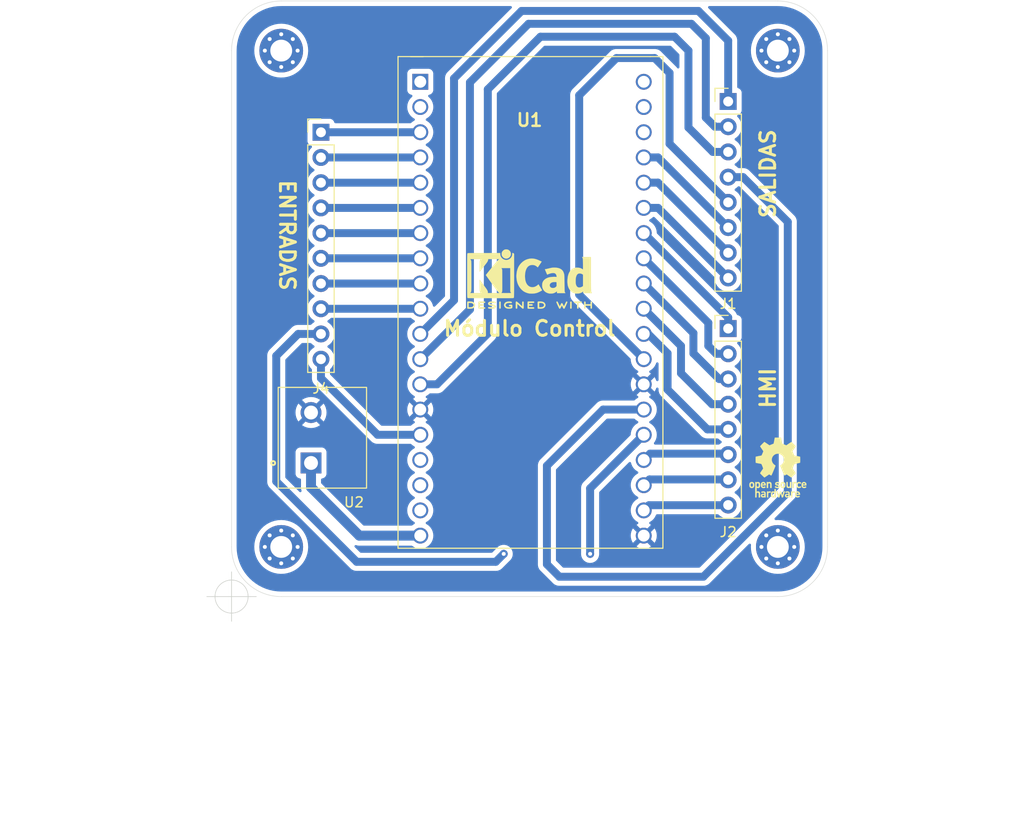
<source format=kicad_pcb>
(kicad_pcb (version 20211014) (generator pcbnew)
  (title_block (title "PLACA DE CONTROL + HMI DIGITAL") (rev "V01") (comment 2 "creativecommons.orgn/licenses/by/4.0/") (comment 3 "License: CC BY 4.0") (comment 4 "Author: Ibañez Lucas"))
  (layers (0 "F.Cu" signal) (31 "B.Cu" signal) (34 "B.Paste" user) (35 "F.Paste" user) (36 "B.SilkS" user "B.Silkscreen") (37 "F.SilkS" user "F.Silkscreen") (38 "B.Mask" user) (39 "F.Mask" user) (44 "Edge.Cuts" user))
  (net 0 "")
  (net 6 "/toMicroC_Button1")
  (net 7 "/toMicroC_Button2")
  (net 8 "/toMicroC_Button3")
  (net 9 "/toMicroC_EncoderSignalA")
  (net 10 "/toMicroC_EncoderSignalB")
  (net 11 "/toMicroC_EncoderButton")
  (net 12 "/fromMicroC_DisplaySCLK")
  (net 13 "/fromMicroC_DisplaySID")
  (net 17 "/fromMicroC_A6841ST1")
  (net 18 "/fromMicroC_A6841SerialDataIN")
  (net 19 "/fromMicroC_A6841CLK1")
  (net 20 "/fromMicroC_DACI2C_SDA")
  (net 21 "/fromMicroC_DACI2C_SCL")
  (net 22 "/toMicroC_OverVoltageSignal")
  (net 23 "/toMicroC_ADC_BUSY")
  (net 24 "/fromMicroC_ADC_CONV")
  (net 25 "/fromMicroC_ADC_RST")
  (net 26 "/fromMicroC_ADC_RD")
  (net 27 "/toMicroC_ADC_DB7")
  (net 28 "/toMicroC_ADC_DB6")
  (net 29 "/toMicroC_ADC_DB5")
  (net 30 "/toMicroC_ADC_DB4")
  (net 31 "/toMicroC_ADC_DB3")
  (net 32 "/toMicroC_ADC_DB2")
  (net 33 "/toMicroC_ADC_DB1")
  (net 34 "/toMicroC_ADC_DB0")
  (net 35 "GND")
  (net 36 "+5V")
  (footprint "LIB_ESP32-DevKitC:DIP2600W100P254L5400H500Q38N" (layer "F.Cu") (at 145 85)
    (fp_text reference "U1" (at -2 -19) (layer "F.SilkS") (effects (font (size 1.27 1.27) (thickness 0.254))))
    (fp_text value "ESP32-DEVKITC-32D" hide)
    (pad "1" thru_hole rect locked (at -13 -22.86) (size 1.6 1.6) (drill 1.2) (layers *.Cu *.Mask))
    (pad "2" thru_hole circle locked (at -13 -20.32) (size 1.6 1.6) (drill 1.2) (layers *.Cu *.Mask))
    (pad "3" thru_hole circle locked (at -13 -17.78) (size 1.6 1.6) (drill 1.2) (layers *.Cu *.Mask) (net 34 "/toMicroC_ADC_DB0"))
    (pad "4" thru_hole circle locked (at -13 -15.24) (size 1.6 1.6) (drill 1.2) (layers *.Cu *.Mask) (net 33 "/toMicroC_ADC_DB1"))
    (pad "5" thru_hole circle locked (at -13 -12.7) (size 1.6 1.6) (drill 1.2) (layers *.Cu *.Mask) (net 32 "/toMicroC_ADC_DB2"))
    (pad "6" thru_hole circle locked (at -13 -10.16) (size 1.6 1.6) (drill 1.2) (layers *.Cu *.Mask) (net 31 "/toMicroC_ADC_DB3"))
    (pad "7" thru_hole circle locked (at -13 -7.62) (size 1.6 1.6) (drill 1.2) (layers *.Cu *.Mask) (net 30 "/toMicroC_ADC_DB4"))
    (pad "8" thru_hole circle locked (at -13 -5.08) (size 1.6 1.6) (drill 1.2) (layers *.Cu *.Mask) (net 29 "/toMicroC_ADC_DB5"))
    (pad "9" thru_hole circle locked (at -13 -2.54) (size 1.6 1.6) (drill 1.2) (layers *.Cu *.Mask) (net 28 "/toMicroC_ADC_DB6"))
    (pad "10" thru_hole circle locked (at -13 0) (size 1.6 1.6) (drill 1.2) (layers *.Cu *.Mask) (net 27 "/toMicroC_ADC_DB7"))
    (pad "11" thru_hole circle locked (at -13 2.54) (size 1.6 1.6) (drill 1.2) (layers *.Cu *.Mask) (net 26 "/fromMicroC_ADC_RD"))
    (pad "12" thru_hole circle locked (at -13 5.08) (size 1.6 1.6) (drill 1.2) (layers *.Cu *.Mask) (net 25 "/fromMicroC_ADC_RST"))
    (pad "13" thru_hole circle locked (at -13 7.62) (size 1.6 1.6) (drill 1.2) (layers *.Cu *.Mask) (net 24 "/fromMicroC_ADC_CONV"))
    (pad "14" thru_hole circle locked (at -13 10.16) (size 1.6 1.6) (drill 1.2) (layers *.Cu *.Mask) (net 35 "GND"))
    (pad "15" thru_hole circle locked (at -13 12.7) (size 1.6 1.6) (drill 1.2) (layers *.Cu *.Mask) (net 23 "/toMicroC_ADC_BUSY"))
    (pad "16" thru_hole circle locked (at -13 15.24) (size 1.6 1.6) (drill 1.2) (layers *.Cu *.Mask))
    (pad "17" thru_hole circle locked (at -13 17.78) (size 1.6 1.6) (drill 1.2) (layers *.Cu *.Mask))
    (pad "18" thru_hole circle locked (at -13 20.32) (size 1.6 1.6) (drill 1.2) (layers *.Cu *.Mask))
    (pad "19" thru_hole circle locked (at -13 22.86) (size 1.6 1.6) (drill 1.2) (layers *.Cu *.Mask) (net 36 "+5V"))
    (pad "20" thru_hole circle locked (at 9.5 22.86) (size 1.6 1.6) (drill 1.2) (layers *.Cu *.Mask) (net 35 "GND"))
    (pad "21" thru_hole circle locked (at 9.5 20.32) (size 1.6 1.6) (drill 1.2) (layers *.Cu *.Mask) (net 6 "/toMicroC_Button1"))
    (pad "22" thru_hole circle locked (at 9.5 17.78) (size 1.6 1.6) (drill 1.2) (layers *.Cu *.Mask) (net 7 "/toMicroC_Button2"))
    (pad "23" thru_hole circle locked (at 9.5 15.24) (size 1.6 1.6) (drill 1.2) (layers *.Cu *.Mask) (net 8 "/toMicroC_Button3"))
    (pad "24" thru_hole circle locked (at 9.5 12.7) (size 1.6 1.6) (drill 1.2) (layers *.Cu *.Mask) (net 22 "/toMicroC_OverVoltageSignal"))
    (pad "25" thru_hole circle locked (at 9.5 10.16) (size 1.6 1.6) (drill 1.2) (layers *.Cu *.Mask) (net 21 "/fromMicroC_DACI2C_SCL"))
    (pad "26" thru_hole circle locked (at 9.5 7.62) (size 1.6 1.6) (drill 1.2) (layers *.Cu *.Mask) (net 35 "GND"))
    (pad "27" thru_hole circle locked (at 9.5 5.08) (size 1.6 1.6) (drill 1.2) (layers *.Cu *.Mask) (net 20 "/fromMicroC_DACI2C_SDA"))
    (pad "28" thru_hole circle locked (at 9.5 2.54) (size 1.6 1.6) (drill 1.2) (layers *.Cu *.Mask) (net 9 "/toMicroC_EncoderSignalA"))
    (pad "29" thru_hole circle locked (at 9.5 0) (size 1.6 1.6) (drill 1.2) (layers *.Cu *.Mask) (net 10 "/toMicroC_EncoderSignalB"))
    (pad "30" thru_hole circle locked (at 9.5 -2.54) (size 1.6 1.6) (drill 1.2) (layers *.Cu *.Mask) (net 11 "/toMicroC_EncoderButton"))
    (pad "31" thru_hole circle locked (at 9.5 -5.08) (size 1.6 1.6) (drill 1.2) (layers *.Cu *.Mask) (net 12 "/fromMicroC_DisplaySCLK"))
    (pad "32" thru_hole circle locked (at 9.5 -7.62) (size 1.6 1.6) (drill 1.2) (layers *.Cu *.Mask) (net 13 "/fromMicroC_DisplaySID"))
    (pad "33" thru_hole circle locked (at 9.5 -10.16) (size 1.6 1.6) (drill 1.2) (layers *.Cu *.Mask) (net 19 "/fromMicroC_A6841CLK1"))
    (pad "34" thru_hole circle locked (at 9.5 -12.7) (size 1.6 1.6) (drill 1.2) (layers *.Cu *.Mask) (net 18 "/fromMicroC_A6841SerialDataIN"))
    (pad "35" thru_hole circle locked (at 9.5 -15.24) (size 1.6 1.6) (drill 1.2) (layers *.Cu *.Mask) (net 17 "/fromMicroC_A6841ST1"))
    (pad "36" thru_hole circle locked (at 9.5 -17.78) (size 1.6 1.6) (drill 1.2) (layers *.Cu *.Mask))
    (pad "37" thru_hole circle locked (at 9.5 -20.32) (size 1.6 1.6) (drill 1.2) (layers *.Cu *.Mask))
    (pad "38" thru_hole circle locked (at 9.5 -22.86) (size 1.6 1.6) (drill 1.2) (layers *.Cu *.Mask))
  )
  (footprint "Connector_PinHeader_2.54mm:PinHeader_1x10_P2.54mm_Vertical" (layer "F.Cu") (at 122 67.225)
    (fp_text reference "J4" (at 0 25.82) (layer "F.SilkS"))
    (fp_text value "ENTRADAS")
    (pad "1" thru_hole oval (at 0 20.32) (size 1.7 1.7) (drill 1) (layers *.Cu *.Mask) (net 22 "/toMicroC_OverVoltageSignal"))
    (pad "2" thru_hole oval (at 0 22.86) (size 1.7 1.7) (drill 1) (layers *.Cu *.Mask) (net 23 "/toMicroC_ADC_BUSY"))
    (pad "3" thru_hole rect (at 0 0) (size 1.7 1.7) (drill 1) (layers *.Cu *.Mask) (net 34 "/toMicroC_ADC_DB0"))
    (pad "4" thru_hole oval (at 0 2.54) (size 1.7 1.7) (drill 1) (layers *.Cu *.Mask) (net 33 "/toMicroC_ADC_DB1"))
    (pad "5" thru_hole oval (at 0 5.08) (size 1.7 1.7) (drill 1) (layers *.Cu *.Mask) (net 32 "/toMicroC_ADC_DB2"))
    (pad "6" thru_hole oval (at 0 7.62) (size 1.7 1.7) (drill 1) (layers *.Cu *.Mask) (net 31 "/toMicroC_ADC_DB3"))
    (pad "7" thru_hole oval (at 0 10.16) (size 1.7 1.7) (drill 1) (layers *.Cu *.Mask) (net 30 "/toMicroC_ADC_DB4"))
    (pad "8" thru_hole oval (at 0 12.7) (size 1.7 1.7) (drill 1) (layers *.Cu *.Mask) (net 29 "/toMicroC_ADC_DB5"))
    (pad "9" thru_hole oval (at 0 15.24) (size 1.7 1.7) (drill 1) (layers *.Cu *.Mask) (net 28 "/toMicroC_ADC_DB6"))
    (pad "10" thru_hole oval (at 0 17.78) (size 1.7 1.7) (drill 1) (layers *.Cu *.Mask) (net 27 "/toMicroC_ADC_DB7"))
  )
  (footprint "Symbol:KiCad-Logo2_5mm_SilkScreen" (layer "F.Cu") (at 143 82)
    (fp_text reference "REF**" hide)
    (fp_text value "KiCad-Logo2_5mm_SilkScreen" hide)
  )
  (footprint "MountingHole:MountingHole_2.2mm_M2_Pad_Via" (layer "F.Cu") (at 118 59)
    (fp_text reference "H1" hide)
    (fp_text value "MountingHole" hide)
    (pad "1" thru_hole circle locked (at -1.166726 1.166726) (size 0.7 0.7) (drill 0.4) (layers *.Cu *.Mask))
    (pad "1" thru_hole circle locked (at -1.166726 -1.166726) (size 0.7 0.7) (drill 0.4) (layers *.Cu *.Mask))
    (pad "1" thru_hole circle locked (at 1.166726 -1.166726) (size 0.7 0.7) (drill 0.4) (layers *.Cu *.Mask))
    (pad "1" thru_hole circle locked (at 0 0) (size 4.4 4.4) (drill 2.2) (layers *.Cu *.Mask))
    (pad "1" thru_hole circle locked (at 0 -1.65) (size 0.7 0.7) (drill 0.4) (layers *.Cu *.Mask))
    (pad "1" thru_hole circle locked (at -1.65 0) (size 0.7 0.7) (drill 0.4) (layers *.Cu *.Mask))
    (pad "1" thru_hole circle locked (at 0 1.65) (size 0.7 0.7) (drill 0.4) (layers *.Cu *.Mask))
    (pad "1" thru_hole circle locked (at 1.65 0) (size 0.7 0.7) (drill 0.4) (layers *.Cu *.Mask))
    (pad "1" thru_hole circle locked (at 1.166726 1.166726) (size 0.7 0.7) (drill 0.4) (layers *.Cu *.Mask))
  )
  (footprint "MountingHole:MountingHole_2.2mm_M2_Pad_Via" (layer "F.Cu") (at 168 109)
    (fp_text reference "H3" hide)
    (fp_text value "MountingHole" hide)
    (pad "1" thru_hole circle locked (at -1.166726 1.166726) (size 0.7 0.7) (drill 0.4) (layers *.Cu *.Mask))
    (pad "1" thru_hole circle locked (at -1.65 0) (size 0.7 0.7) (drill 0.4) (layers *.Cu *.Mask))
    (pad "1" thru_hole circle locked (at 1.65 0) (size 0.7 0.7) (drill 0.4) (layers *.Cu *.Mask))
    (pad "1" thru_hole circle locked (at -1.166726 -1.166726) (size 0.7 0.7) (drill 0.4) (layers *.Cu *.Mask))
    (pad "1" thru_hole circle locked (at 1.166726 -1.166726) (size 0.7 0.7) (drill 0.4) (layers *.Cu *.Mask))
    (pad "1" thru_hole circle locked (at 0 0) (size 4.4 4.4) (drill 2.2) (layers *.Cu *.Mask))
    (pad "1" thru_hole circle locked (at 0 -1.65) (size 0.7 0.7) (drill 0.4) (layers *.Cu *.Mask))
    (pad "1" thru_hole circle locked (at 0 1.65) (size 0.7 0.7) (drill 0.4) (layers *.Cu *.Mask))
    (pad "1" thru_hole circle locked (at 1.166726 1.166726) (size 0.7 0.7) (drill 0.4) (layers *.Cu *.Mask))
  )
  (footprint "Symbol:OSHW-Logo_5.7x6mm_SilkScreen" (layer "F.Cu") (at 168 101)
    (fp_text reference "REF**" hide)
    (fp_text value "OSHW-Logo_5.7x6mm_SilkScreen" hide)
  )
  (footprint "CEDCp:Bornera_1x2" (layer "F.Cu") (at 121 98 90)
    (fp_text reference "U2" (at -6.5 4.323902 unlocked) (layer "F.SilkS"))
    (fp_text value "Alimentación")
    (pad "1" thru_hole rect (at -2.54 0 90) (size 2.1 2.1) (drill 1.4) (layers *.Cu *.Mask) (net 36 "+5V"))
    (pad "2" thru_hole circle (at 2.54 0 90) (size 2.1 2.1) (drill 1.4) (layers *.Cu *.Mask) (net 35 "GND"))
  )
  (footprint "MountingHole:MountingHole_2.2mm_M2_Pad_Via" (layer "F.Cu") (at 168 59)
    (fp_text reference "H2" hide)
    (fp_text value "MountingHole" hide)
    (pad "1" thru_hole circle locked (at 0 -1.65) (size 0.7 0.7) (drill 0.4) (layers *.Cu *.Mask))
    (pad "1" thru_hole circle locked (at -1.65 0) (size 0.7 0.7) (drill 0.4) (layers *.Cu *.Mask))
    (pad "1" thru_hole circle locked (at -1.166726 1.166726) (size 0.7 0.7) (drill 0.4) (layers *.Cu *.Mask))
    (pad "1" thru_hole circle locked (at 0 0) (size 4.4 4.4) (drill 2.2) (layers *.Cu *.Mask))
    (pad "1" thru_hole circle locked (at 1.166726 -1.166726) (size 0.7 0.7) (drill 0.4) (layers *.Cu *.Mask))
    (pad "1" thru_hole circle locked (at 1.65 0) (size 0.7 0.7) (drill 0.4) (layers *.Cu *.Mask))
    (pad "1" thru_hole circle locked (at -1.166726 -1.166726) (size 0.7 0.7) (drill 0.4) (layers *.Cu *.Mask))
    (pad "1" thru_hole circle locked (at 0 1.65) (size 0.7 0.7) (drill 0.4) (layers *.Cu *.Mask))
    (pad "1" thru_hole circle locked (at 1.166726 1.166726) (size 0.7 0.7) (drill 0.4) (layers *.Cu *.Mask))
  )
  (footprint "Connector_PinHeader_2.54mm:PinHeader_1x08_P2.54mm_Vertical" (layer "F.Cu") (at 163 87)
    (fp_text reference "J2" (at 0 20.5) (layer "F.SilkS"))
    (fp_text value "HMI")
    (pad "1" thru_hole oval (at 0 5.08) (size 1.7 1.7) (drill 1) (layers *.Cu *.Mask) (net 11 "/toMicroC_EncoderButton"))
    (pad "2" thru_hole oval (at 0 7.62) (size 1.7 1.7) (drill 1) (layers *.Cu *.Mask) (net 10 "/toMicroC_EncoderSignalB"))
    (pad "3" thru_hole oval (at 0 10.16) (size 1.7 1.7) (drill 1) (layers *.Cu *.Mask) (net 9 "/toMicroC_EncoderSignalA"))
    (pad "4" thru_hole oval (at 0 12.7) (size 1.7 1.7) (drill 1) (layers *.Cu *.Mask) (net 8 "/toMicroC_Button3"))
    (pad "5" thru_hole oval (at 0 15.24) (size 1.7 1.7) (drill 1) (layers *.Cu *.Mask) (net 7 "/toMicroC_Button2"))
    (pad "6" thru_hole oval (at 0 17.78) (size 1.7 1.7) (drill 1) (layers *.Cu *.Mask) (net 6 "/toMicroC_Button1"))
    (pad "7" thru_hole rect (at 0 0) (size 1.7 1.7) (drill 1) (layers *.Cu *.Mask) (net 13 "/fromMicroC_DisplaySID"))
    (pad "8" thru_hole oval (at 0 2.54) (size 1.7 1.7) (drill 1) (layers *.Cu *.Mask) (net 12 "/fromMicroC_DisplaySCLK"))
  )
  (footprint "MountingHole:MountingHole_2.2mm_M2_Pad_Via" (layer "F.Cu") (at 118 109)
    (fp_text reference "H4" hide)
    (fp_text value "MountingHole" hide)
    (pad "1" thru_hole circle locked (at 1.65 0) (size 0.7 0.7) (drill 0.4) (layers *.Cu *.Mask))
    (pad "1" thru_hole circle locked (at 1.166726 1.166726) (size 0.7 0.7) (drill 0.4) (layers *.Cu *.Mask))
    (pad "1" thru_hole circle locked (at -1.65 0) (size 0.7 0.7) (drill 0.4) (layers *.Cu *.Mask))
    (pad "1" thru_hole circle locked (at 0 -1.65) (size 0.7 0.7) (drill 0.4) (layers *.Cu *.Mask))
    (pad "1" thru_hole circle locked (at -1.166726 -1.166726) (size 0.7 0.7) (drill 0.4) (layers *.Cu *.Mask))
    (pad "1" thru_hole circle locked (at 0 1.65) (size 0.7 0.7) (drill 0.4) (layers *.Cu *.Mask))
    (pad "1" thru_hole circle locked (at -1.166726 1.166726) (size 0.7 0.7) (drill 0.4) (layers *.Cu *.Mask))
    (pad "1" thru_hole circle locked (at 1.166726 -1.166726) (size 0.7 0.7) (drill 0.4) (layers *.Cu *.Mask))
    (pad "1" thru_hole circle locked (at 0 0) (size 4.4 4.4) (drill 2.2) (layers *.Cu *.Mask))
  )
  (footprint "Connector_PinHeader_2.54mm:PinHeader_1x08_P2.54mm_Vertical" (layer "F.Cu") (at 163 64.125)
    (fp_text reference "J1" (at 0 20.375) (layer "F.SilkS"))
    (fp_text value "SALIDAS")
    (pad "1" thru_hole oval (at 0 12.7) (size 1.7 1.7) (drill 1) (layers *.Cu *.Mask) (net 17 "/fromMicroC_A6841ST1"))
    (pad "2" thru_hole oval (at 0 15.24) (size 1.7 1.7) (drill 1) (layers *.Cu *.Mask) (net 18 "/fromMicroC_A6841SerialDataIN"))
    (pad "3" thru_hole oval (at 0 17.78) (size 1.7 1.7) (drill 1) (layers *.Cu *.Mask) (net 19 "/fromMicroC_A6841CLK1"))
    (pad "4" thru_hole oval (at 0 10.16) (size 1.7 1.7) (drill 1) (layers *.Cu *.Mask) (net 20 "/fromMicroC_DACI2C_SDA"))
    (pad "5" thru_hole oval (at 0 7.62) (size 1.7 1.7) (drill 1) (layers *.Cu *.Mask) (net 21 "/fromMicroC_DACI2C_SCL"))
    (pad "6" thru_hole rect (at 0 0) (size 1.7 1.7) (drill 1) (layers *.Cu *.Mask) (net 26 "/fromMicroC_ADC_RD"))
    (pad "7" thru_hole oval (at 0 2.54) (size 1.7 1.7) (drill 1) (layers *.Cu *.Mask) (net 25 "/fromMicroC_ADC_RST"))
    (pad "8" thru_hole oval (at 0 5.08) (size 1.7 1.7) (drill 1) (layers *.Cu *.Mask) (net 24 "/fromMicroC_ADC_CONV"))
  )
  (gr_line (start 173 59) (end 173 109) (layer "Edge.Cuts") (width 0.05))
  (gr_line (start 118 54) (end 168 54) (layer "Edge.Cuts") (width 0.05))
  (gr_arc (start 118 114) (mid 114.464466 112.535534) (end 113 109) (layer "Edge.Cuts") (width 0.05))
  (gr_arc (start 173 109) (mid 171.535534 112.535534) (end 168 114) (layer "Edge.Cuts") (width 0.05))
  (gr_arc (start 113 59) (mid 114.464466 55.464466) (end 118 54) (layer "Edge.Cuts") (width 0.05))
  (gr_arc (start 168 54) (mid 171.535534 55.464466) (end 173 59) (layer "Edge.Cuts") (width 0.05))
  (gr_line (start 168 114) (end 118 114) (layer "Edge.Cuts") (width 0.05))
  (gr_line (start 113 109) (end 113 59) (layer "Edge.Cuts") (width 0.05))
  (gr_text "SALIDAS" (at 167 71.4 90) (layer "F.SilkS") (effects (font (size 1.5 1.5) (thickness 0.3))))
  (gr_text "Módulo Control" (at 143 87) (layer "F.SilkS") (effects (font (size 1.5 1.5) (thickness 0.3))))
  (gr_text "ENTRADAS\n" (at 118.6 77.6 270) (layer "F.SilkS") (effects (font (size 1.5 1.5) (thickness 0.3))))
  (gr_text "HMI" (at 167 93 90) (layer "F.SilkS") (effects (font (size 1.5 1.5) (thickness 0.3))))
  (target plus (at 113 114) (size 5) (width 0.05) (layer "Edge.Cuts"))
  (target plus (at 113 114) (size 5) (width 0.05) (layer "Edge.Cuts"))
  (segment (start 162.98 104.8) (end 163 104.78) (width 0.8) (layer "B.Cu") (net 6))
  (segment (start 155.02 104.8) (end 162.98 104.8) (width 0.8) (layer "B.Cu") (net 6))
  (segment (start 154.5 105.32) (end 155.02 104.8) (width 0.8) (layer "B.Cu") (net 6))
  (segment (start 155.08 102.2) (end 162.96 102.2) (width 0.8) (layer "B.Cu") (net 7))
  (segment (start 154.5 102.78) (end 155.08 102.2) (width 0.8) (layer "B.Cu") (net 7))
  (segment (start 162.96 102.2) (end 163 102.24) (width 0.8) (layer "B.Cu") (net 7))
  (segment (start 155.14 99.6) (end 162.9 99.6) (width 0.8) (layer "B.Cu") (net 8))
  (segment (start 162.9 99.6) (end 163 99.7) (width 0.8) (layer "B.Cu") (net 8))
  (segment (start 154.5 100.24) (end 155.14 99.6) (width 0.8) (layer "B.Cu") (net 8))
  (segment (start 154.5 87.54) (end 154.94 87.54) (width 0.8) (layer "B.Cu") (net 9))
  (segment (start 154.94 87.54) (end 156.9 89.5) (width 0.8) (layer "B.Cu") (net 9))
  (segment (start 160.91 97.16) (end 163 97.16) (width 0.8) (layer "B.Cu") (net 9))
  (segment (start 156.9 89.5) (end 156.9 93.15) (width 0.8) (layer "B.Cu") (net 9))
  (segment (start 156.9 93.15) (end 160.91 97.16) (width 0.8) (layer "B.Cu") (net 9))
  (segment (start 158.25 88.75) (end 158.25 91.5) (width 0.8) (layer "B.Cu") (net 10))
  (segment (start 154.5 85) (end 158.25 88.75) (width 0.8) (layer "B.Cu") (net 10))
  (segment (start 158.25 91.5) (end 161.37 94.62) (width 0.8) (layer "B.Cu") (net 10))
  (segment (start 161.37 94.62) (end 163 94.62) (width 0.8) (layer "B.Cu") (net 10))
  (segment (start 159.5 89.5) (end 159.5 87.46) (width 0.8) (layer "B.Cu") (net 11))
  (segment (start 162.08 92.08) (end 159.5 89.5) (width 0.8) (layer "B.Cu") (net 11))
  (segment (start 159.5 87.46) (end 154.5 82.46) (width 0.8) (layer "B.Cu") (net 11))
  (segment (start 163 92.08) (end 162.08 92.08) (width 0.8) (layer "B.Cu") (net 11))
  (segment (start 161 86.42) (end 154.5 79.92) (width 0.8) (layer "B.Cu") (net 12))
  (segment (start 161.797919 89.54) (end 161 88.742081) (width 0.8) (layer "B.Cu") (net 12))
  (segment (start 161 88.742081) (end 161 86.42) (width 0.8) (layer "B.Cu") (net 12))
  (segment (start 163 89.54) (end 161.797919 89.54) (width 0.8) (layer "B.Cu") (net 12))
  (segment (start 154.5 77.38) (end 163 85.88) (width 0.8) (layer "B.Cu") (net 13))
  (segment (start 163 85.88) (end 163 87) (width 0.8) (layer "B.Cu") (net 13))
  (segment (start 155.935 69.76) (end 163 76.825) (width 0.8) (layer "B.Cu") (net 17))
  (segment (start 154.5 69.76) (end 155.935 69.76) (width 0.8) (layer "B.Cu") (net 17))
  (segment (start 154.5 72.3) (end 155.935 72.3) (width 0.8) (layer "B.Cu") (net 18))
  (segment (start 155.935 72.3) (end 163 79.365) (width 0.8) (layer "B.Cu") (net 18))
  (segment (start 154.5 74.84) (end 155.935 74.84) (width 0.8) (layer "B.Cu") (net 19))
  (segment (start 155.935 74.84) (end 163 81.905) (width 0.8) (layer "B.Cu") (net 19))
  (segment (start 155.6 59.75) (end 157.1 61.25) (width 0.8) (layer "B.Cu") (net 20))
  (segment (start 148 83.58) (end 148 63.5) (width 0.8) (layer "B.Cu") (net 20))
  (segment (start 154.5 90.08) (end 148 83.58) (width 0.8) (layer "B.Cu") (net 20))
  (segment (start 151.75 59.75) (end 155.6 59.75) (width 0.8) (layer "B.Cu") (net 20))
  (segment (start 157.1 61.25) (end 157.1 68.385) (width 0.8) (layer "B.Cu") (net 20))
  (segment (start 157.1 68.385) (end 163 74.285) (width 0.8) (layer "B.Cu") (net 20))
  (segment (start 148 63.5) (end 151.75 59.75) (width 0.8) (layer "B.Cu") (net 20))
  (segment (start 160.5 112) (end 169 103.5) (width 0.8) (layer "B.Cu") (net 21))
  (segment (start 154.5 95.16) (end 150.41 95.16) (width 0.8) (layer "B.Cu") (net 21))
  (segment (start 164.495 71.745) (end 169 76.25) (width 0.8) (layer "B.Cu") (net 21))
  (segment (start 146 112) (end 160.5 112) (width 0.8) (layer "B.Cu") (net 21))
  (segment (start 144.75 110.75) (end 146 112) (width 0.8) (layer "B.Cu") (net 21))
  (segment (start 163 71.745) (end 164.495 71.745) (width 0.8) (layer "B.Cu") (net 21))
  (segment (start 150.41 95.16) (end 144.75 100.82) (width 0.8) (layer "B.Cu") (net 21))
  (segment (start 169 103.5) (end 169 76.25) (width 0.8) (layer "B.Cu") (net 21))
  (segment (start 144.75 100.82) (end 144.75 110.75) (width 0.8) (layer "B.Cu") (net 21))
  (via (at 140.4 109.7) (size 0.8) (drill 0.4) (layers "F.Cu" "B.Cu") (net 22))
  (via (at 149.1 109.7) (size 0.8) (drill 0.4) (layers "F.Cu" "B.Cu") (net 22))
  (segment (start 139.6 110.5) (end 140.4 109.7) (width 0.8) (layer "B.Cu") (net 22))
  (segment (start 151.1 101.1) (end 154.5 97.7) (width 0.8) (layer "B.Cu") (net 22))
  (segment (start 117.5 102.4) (end 125.6 110.5) (width 0.8) (layer "B.Cu") (net 22))
  (segment (start 122 87.545) (end 119.705 87.545) (width 0.8) (layer "B.Cu") (net 22))
  (segment (start 154.5 97.7) (end 149.1 103.1) (width 0.8) (layer "B.Cu") (net 22))
  (segment (start 149.1 103.1) (end 149.1 109.7) (width 0.8) (layer "B.Cu") (net 22))
  (segment (start 119.705 87.545) (end 117.5 89.75) (width 0.8) (layer "B.Cu") (net 22))
  (segment (start 117.5 89.75) (end 117.5 102.4) (width 0.8) (layer "B.Cu") (net 22))
  (segment (start 125.6 110.5) (end 139.6 110.5) (width 0.8) (layer "B.Cu") (net 22))
  (segment (start 127.7 97.7) (end 132 97.7) (width 0.8) (layer "B.Cu") (net 23))
  (segment (start 122 92) (end 127.7 97.7) (width 0.8) (layer "B.Cu") (net 23))
  (segment (start 122 90.085) (end 122 92) (width 0.8) (layer "B.Cu") (net 23))
  (segment (start 144.1 57.6) (end 157.6 57.6) (width 0.8) (layer "B.Cu") (net 24))
  (segment (start 132 92.62) (end 133.68 92.62) (width 0.8) (layer "B.Cu") (net 24))
  (segment (start 159 59) (end 159 66.75) (width 0.8) (layer "B.Cu") (net 24))
  (segment (start 159 66.75) (end 161.455 69.205) (width 0.8) (layer "B.Cu") (net 24))
  (segment (start 161.455 69.205) (end 163 69.205) (width 0.8) (layer "B.Cu") (net 24))
  (segment (start 138.8 87.5) (end 138.8 62.9) (width 0.8) (layer "B.Cu") (net 24))
  (segment (start 157.6 57.6) (end 159 59) (width 0.8) (layer "B.Cu") (net 24))
  (segment (start 133.68 92.62) (end 138.8 87.5) (width 0.8) (layer "B.Cu") (net 24))
  (segment (start 138.8 62.9) (end 144.1 57.6) (width 0.8) (layer "B.Cu") (net 24))
  (segment (start 137 85.08) (end 137 62.2) (width 0.8) (layer "B.Cu") (net 25))
  (segment (start 132 90.08) (end 137 85.08) (width 0.8) (layer "B.Cu") (net 25))
  (segment (start 160.75 65.75) (end 161.665 66.665) (width 0.8) (layer "B.Cu") (net 25))
  (segment (start 137 62.2) (end 142.9 56.3) (width 0.8) (layer "B.Cu") (net 25))
  (segment (start 142.9 56.3) (end 159.3 56.3) (width 0.8) (layer "B.Cu") (net 25))
  (segment (start 161.665 66.665) (end 163 66.665) (width 0.8) (layer "B.Cu") (net 25))
  (segment (start 160.75 57.75) (end 160.75 65.75) (width 0.8) (layer "B.Cu") (net 25))
  (segment (start 159.3 56.3) (end 160.75 57.75) (width 0.8) (layer "B.Cu") (net 25))
  (segment (start 160 55) (end 163 58) (width 0.8) (layer "B.Cu") (net 26))
  (segment (start 135.4 61.8) (end 142.2 55) (width 0.8) (layer "B.Cu") (net 26))
  (segment (start 142.2 55) (end 160 55) (width 0.8) (layer "B.Cu") (net 26))
  (segment (start 163 58) (end 163 64.125) (width 0.8) (layer "B.Cu") (net 26))
  (segment (start 135.4 84.14) (end 135.4 61.8) (width 0.8) (layer "B.Cu") (net 26))
  (segment (start 132 87.54) (end 135.4 84.14) (width 0.8) (layer "B.Cu") (net 26))
  (segment (start 122 85.005) (end 131.995 85.005) (width 0.8) (layer "B.Cu") (net 27))
  (segment (start 131.995 85.005) (end 132 85) (width 0.8) (layer "B.Cu") (net 27))
  (segment (start 131.995 82.465) (end 132 82.46) (width 0.8) (layer "B.Cu") (net 28))
  (segment (start 122 82.465) (end 131.995 82.465) (width 0.8) (layer "B.Cu") (net 28))
  (segment (start 131.995 79.925) (end 132 79.92) (width 0.8) (layer "B.Cu") (net 29))
  (segment (start 122 79.925) (end 131.995 79.925) (width 0.8) (layer "B.Cu") (net 29))
  (segment (start 131.995 77.385) (end 132 77.38) (width 0.8) (layer "B.Cu") (net 30))
  (segment (start 122 77.385) (end 131.995 77.385) (width 0.8) (layer "B.Cu") (net 30))
  (segment (start 131.995 74.845) (end 132 74.84) (width 0.8) (layer "B.Cu") (net 31))
  (segment (start 122 74.845) (end 131.995 74.845) (width 0.8) (layer "B.Cu") (net 31))
  (segment (start 122 72.305) (end 131.995 72.305) (width 0.8) (layer "B.Cu") (net 32))
  (segment (start 131.995 72.305) (end 132 72.3) (width 0.8) (layer "B.Cu") (net 32))
  (segment (start 131.995 69.765) (end 132 69.76) (width 0.8) (layer "B.Cu") (net 33))
  (segment (start 122 69.765) (end 131.995 69.765) (width 0.8) (layer "B.Cu") (net 33))
  (segment (start 122 67.225) (end 131.995 67.225) (width 0.8) (layer "B.Cu") (net 34))
  (segment (start 131.995 67.225) (end 132 67.22) (width 0.8) (layer "B.Cu") (net 34))
  (segment (start 121 103) (end 125.86 107.86) (width 1) (layer "B.Cu") (net 36))
  (segment (start 121 100.54) (end 121 103) (width 1) (layer "B.Cu") (net 36))
  (segment (start 125.86 107.86) (end 132 107.86) (width 1) (layer "B.Cu") (net 36))
  (zone (net 35) (net_name "GND") (layer "B.Cu") (connect_pads (clearance 0.508)) (min_thickness 0.254) (fill yes (thermal_gap 0.508) (thermal_bridge_width 0.508))
    (polygon (pts (xy 173 114) (xy 113 114) (xy 113 54) (xy 173 54)))
  )
)
</source>
